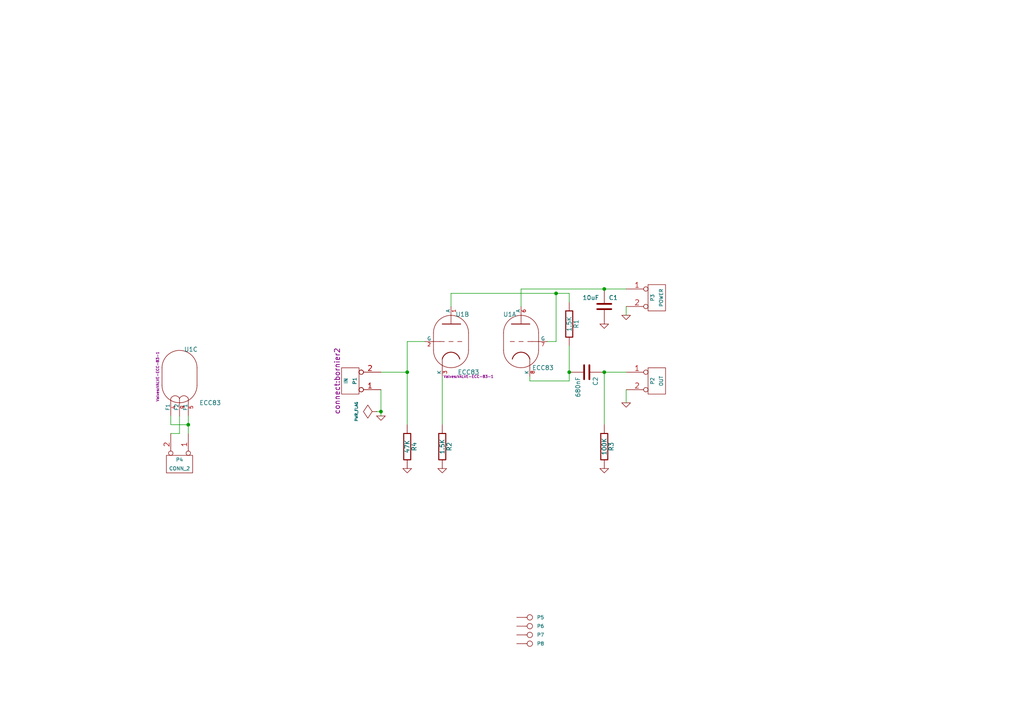
<source format=kicad_sch>
(kicad_sch (version 20230121) (generator eeschema)
  (paper "A4")
  (title_block (title "ECC Push-Pull") (date "vendredi 04 juillet 2014") (rev "0.1"))
  (lib_symbols
    (symbol "ecc83-pp-rescue:C" (pin_numbers hide) (pin_names (offset 0.254))
      (property "Reference" "C" (at 0 2.54 0))
      (property "Value" "C" (at 0.1524 -2.159 0))
      (symbol "C_0_1"
        (polyline (pts (xy -2.032 -0.762) (xy 2.032 -0.762)) (stroke (width 0.508)))
        (polyline (pts (xy -2.032 0.762) (xy 2.032 0.762)) (stroke (width 0.508)))
      )
      (symbol "C_1_1"
        (pin passive line (at 0 5.08 270) (length 4.318) (name "~") (number "1"))
        (pin passive line (at 0 -5.08 90) (length 4.318) (name "~") (number "2"))
      )
    )
    (symbol "ecc83-pp-rescue:CONN_1" (pin_numbers hide) (pin_names (offset 0.762) hide)
      (property "Reference" "P" (at 2.032 0 0))
      (symbol "CONN_1_0_1"
        (polyline (pts (xy -0.762 0) (xy -1.27 0)))
        (circle (center 0 0) (radius 0.7874))
      )
      (symbol "CONN_1_1_1"
        (pin passive line (at -3.81 0 0) (length 2.54) (name "1") (number "1"))
      )
    )
    (symbol "ecc83-pp-rescue:CONN_2" (pin_names (offset 1.016) hide)
      (property "Reference" "P" (at -1.27 0 90))
      (property "Value" "CONN_2" (at 1.27 0 90))
      (symbol "CONN_2_0_1"
        (rectangle (start -2.54 3.81) (end 2.54 -3.81))
      )
      (symbol "CONN_2_1_1"
        (pin passive inverted (at -8.89 2.54 0) (length 6.35) (name "P1") (number "1"))
        (pin passive inverted (at -8.89 -2.54 0) (length 6.35) (name "PM") (number "2"))
      )
    )
    (symbol "ecc83-pp-rescue:ECC83" (pin_names (offset 0))
      (property "Reference" "U" (at 3.302 7.874 0))
      (property "Value" "ECC83" (at 8.89 -7.62 0))
      (symbol "ECC83_0_1"
        (arc (start -5.08 -2.54) (mid 0 -7.5947) (end 5.08 -2.54))
        (polyline (pts (xy 5.08 2.54) (xy 5.08 -2.54)))
        (polyline (pts (xy -5.08 2.54) (xy -5.08 -2.54) (xy -5.08 -2.54)))
        (arc (start 5.08 2.54) (mid 0 7.5947) (end -5.08 2.54))
      )
      (symbol "ECC83_1_0"
        (polyline (pts (xy -2.54 -5.08) (xy -2.54 -7.62)))
        (polyline (pts (xy 0 5.08) (xy 0 7.62)))
      )
      (symbol "ECC83_1_1"
        (polyline (pts (xy -5.08 0) (xy -3.175 0)))
        (polyline (pts (xy -1.905 0) (xy -3.175 0)) (stroke (width 0.1524)))
        (polyline (pts (xy -0.635 0) (xy 0.635 0)) (stroke (width 0.1524)))
        (polyline (pts (xy 1.905 0) (xy 3.175 0)) (stroke (width 0.1524)))
        (polyline (pts (xy -2.54 5.08) (xy 2.794 5.08) (xy 2.794 5.08)) (stroke (width 0.254)))
        (arc (start 2.54 -5.08) (mid 0 -3.0968) (end -2.54 -5.08) (stroke (width 0.254)))
        (pin output line (at 0 10.16 270) (length 2.54) (name "A") (number "6"))
        (pin input line (at -7.62 0 0) (length 2.54) (name "G") (number "7"))
        (pin bidirectional line (at -2.54 -10.16 90) (length 2.54) (name "K") (number "8"))
      )
      (symbol "ECC83_2_0"
        (polyline (pts (xy -2.54 -5.08) (xy -2.54 -7.62)))
        (polyline (pts (xy 0 5.08) (xy 0 7.62)))
      )
      (symbol "ECC83_2_1"
        (polyline (pts (xy -5.08 0) (xy -3.175 0)))
        (polyline (pts (xy -1.905 0) (xy -3.175 0)) (stroke (width 0.1524)))
        (polyline (pts (xy -0.635 0) (xy 0.635 0)) (stroke (width 0.1524)))
        (polyline (pts (xy 1.905 0) (xy 3.175 0)) (stroke (width 0.1524)))
        (polyline (pts (xy -2.54 5.08) (xy 2.794 5.08) (xy 2.794 5.08)) (stroke (width 0.254)))
        (arc (start 2.54 -5.08) (mid 0 -3.0968) (end -2.54 -5.08) (stroke (width 0.254)))
        (pin output line (at 0 10.16 270) (length 2.54) (name "A") (number "1"))
        (pin input line (at -7.62 0 0) (length 2.54) (name "G") (number "2"))
        (pin bidirectional line (at -2.54 -10.16 90) (length 2.54) (name "K") (number "3"))
      )
      (symbol "ECC83_3_1"
        (arc (start 0 -6.35) (mid -1.27 -5.5651) (end -2.54 -6.35))
        (arc (start 2.54 -6.35) (mid 1.27 -5.5651) (end 0 -6.35))
        (pin power_in line (at -2.54 -11.43 90) (length 5.08) (name "F1") (number "4"))
        (pin power_in line (at 2.54 -11.43 90) (length 5.08) (name "F1") (number "5"))
        (pin power_in line (at 0 -11.43 90) (length 5.08) (name "F2") (number "9"))
      )
    )
    (symbol "ecc83-pp-rescue:GND" (power) (pin_names (offset 0))
      (symbol "GND_0_1"
        (polyline (pts (xy -1.27 0) (xy 0 -1.27) (xy 1.27 0) (xy -1.27 0)))
      )
      (symbol "GND_1_1"
        (pin power_in line (at 0 0 90) (length 0) hide (name "GND") (number "1"))
      )
    )
    (symbol "ecc83-pp-rescue:PWR_FLAG" (power) (pin_numbers hide) (pin_names (offset 0) hide)
      (property "Value" "PWR_FLAG" (at 0 4.572 0))
      (symbol "PWR_FLAG_0_0"
        (pin power_out line (at 0 0 90) (length 0) (name "pwr") (number "1"))
      )
      (symbol "PWR_FLAG_0_1"
        (polyline (pts (xy 0 0) (xy 0 1.27) (xy -1.905 2.54) (xy 0 3.81) (xy 1.905 2.54) (xy 0 1.27)))
      )
    )
    (symbol "ecc83-pp-rescue:R" (pin_numbers hide) (pin_names (offset 0))
      (property "Reference" "R" (at 2.032 0 90))
      (property "Value" "R" (at 0.1778 0.0254 90))
      (symbol "R_0_1"
        (rectangle (start -1.016 3.81) (end 1.016 -3.81) (stroke (width 0.3048)))
      )
      (symbol "R_1_1"
        (pin passive line (at 0 6.35 270) (length 2.54) (name "~") (number "1"))
        (pin passive line (at 0 -6.35 90) (length 2.54) (name "~") (number "2"))
      )
    )
  )
  (junction (at 110.49 119.38))
  (junction (at 175.26 107.95))
  (junction (at 161.29 85.09))
  (junction (at 54.61 123.19))
  (junction (at 118.11 107.95))
  (junction (at 165.1 107.95))
  (junction (at 175.26 83.82))
  (wire (pts (xy 110.49 113.03) (xy 110.49 119.38)))
  (wire (pts (xy 165.1 85.09) (xy 165.1 87.63)))
  (wire (pts (xy 161.29 85.09) (xy 165.1 85.09)))
  (wire (pts (xy 118.11 107.95) (xy 118.11 123.19)))
  (wire (pts (xy 118.11 99.06) (xy 123.19 99.06)))
  (wire (pts (xy 110.49 119.38) (xy 110.49 120.65)))
  (wire (pts (xy 151.13 83.82) (xy 175.26 83.82)))
  (wire (pts (xy 118.11 99.06) (xy 118.11 107.95)))
  (wire (pts (xy 52.07 125.73) (xy 52.07 120.65)))
  (wire (pts (xy 161.29 99.06) (xy 161.29 85.09)))
  (wire (pts (xy 49.53 125.73) (xy 52.07 125.73)))
  (wire (pts (xy 109.22 119.38) (xy 110.49 119.38)))
  (wire (pts (xy 49.53 123.19) (xy 49.53 120.65)))
  (wire (pts (xy 153.67 110.49) (xy 165.1 110.49)))
  (wire (pts (xy 130.81 85.09) (xy 161.29 85.09)))
  (wire (pts (xy 165.1 100.33) (xy 165.1 107.95)))
  (wire (pts (xy 158.75 99.06) (xy 161.29 99.06)))
  (wire (pts (xy 110.49 107.95) (xy 118.11 107.95)))
  (wire (pts (xy 130.81 85.09) (xy 130.81 88.9)))
  (wire (pts (xy 175.26 107.95) (xy 175.26 123.19)))
  (wire (pts (xy 175.26 83.82) (xy 181.61 83.82)))
  (wire (pts (xy 181.61 107.95) (xy 175.26 107.95)))
  (wire (pts (xy 54.61 123.19) (xy 54.61 125.73)))
  (wire (pts (xy 181.61 116.84) (xy 181.61 113.03)))
  (wire (pts (xy 165.1 107.95) (xy 165.1 110.49)))
  (wire (pts (xy 151.13 83.82) (xy 151.13 88.9)))
  (wire (pts (xy 54.61 120.65) (xy 54.61 123.19)))
  (wire (pts (xy 181.61 91.44) (xy 181.61 88.9)))
  (wire (pts (xy 54.61 123.19) (xy 49.53 123.19)))
  (wire (pts (xy 128.27 109.22) (xy 128.27 123.19)))
  (wire (pts (xy 153.67 109.22) (xy 153.67 110.49)))
  (symbol (lib_id "ecc83-pp-rescue:R") (at 165.1 93.98 0) (unit 1)
    (property "Reference" "R1" (at 167.132 93.98 90))
    (property "Value" "1.5K" (at 165.1 93.98 90))
    (property "Footprint" "discret:R3" (effects hide))
  )
  (symbol (lib_id "ecc83-pp-rescue:R") (at 128.27 129.54 0) (unit 1)
    (property "Reference" "R2" (at 130.302 129.54 90))
    (property "Value" "1.5K" (at 128.27 129.54 90))
    (property "Footprint" "discret:R3" (effects hide))
  )
  (symbol (lib_id "ecc83-pp-rescue:R") (at 118.11 129.54 0) (unit 1)
    (property "Reference" "R4" (at 120.142 129.54 90))
    (property "Value" "47K" (at 118.11 129.54 90))
    (property "Footprint" "discret:R3" (effects hide))
  )
  (symbol (lib_id "ecc83-pp-rescue:R") (at 175.26 129.54 0) (unit 1)
    (property "Reference" "R3" (at 177.292 129.54 90))
    (property "Value" "100K" (at 175.26 129.54 90))
    (property "Footprint" "discret:R3" (effects hide))
  )
  (symbol (lib_id "ecc83-pp-rescue:C") (at 170.18 107.95 270) (unit 1)
    (property "Reference" "C2" (at 172.72 109.22 0) (effects (justify left)))
    (property "Value" "680nF" (at 167.64 109.22 0) (effects (justify left)))
    (property "Footprint" "discret:C2" (effects hide))
  )
  (symbol (lib_id "ecc83-pp-rescue:CONN_2") (at 101.6 110.49 180) (unit 1)
    (property "Reference" "P1" (at 102.87 110.49 90) (effects (font (size 1.016 1.016))))
    (property "Value" "IN" (at 100.33 110.49 90) (effects (font (size 1.016 1.016))))
    (property "Footprint" "connect:bornier2" (at 97.79 110.49 90) (effects (font (size 1.524 1.524))))
  )
  (symbol (lib_id "ecc83-pp-rescue:CONN_2") (at 190.5 110.49 0) (unit 1)
    (property "Reference" "P2" (at 189.23 110.49 90) (effects (font (size 1.016 1.016))))
    (property "Value" "OUT" (at 191.77 110.49 90) (effects (font (size 1.016 1.016))))
    (property "Footprint" "connect:bornier2" (effects hide))
  )
  (symbol (lib_id "ecc83-pp-rescue:CONN_2") (at 190.5 86.36 0) (unit 1)
    (property "Reference" "P3" (at 189.23 86.36 90) (effects (font (size 1.016 1.016))))
    (property "Value" "POWER" (at 191.77 86.36 90) (effects (font (size 1.016 1.016))))
    (property "Footprint" "connect:bornier2" (effects hide))
  )
  (symbol (lib_id "ecc83-pp-rescue:GND") (at 181.61 91.44 0) (unit 1)
    (property "Reference" "#PWR07" (effects hide))
    (property "Value" "GND" (effects hide))
  )
  (symbol (lib_id "ecc83-pp-rescue:GND") (at 110.49 120.65 0) (unit 1)
    (property "Reference" "#PWR06" (effects hide))
    (property "Value" "GND" (effects hide))
  )
  (symbol (lib_id "ecc83-pp-rescue:C") (at 175.26 88.9 0) (unit 1)
    (property "Reference" "C1" (at 176.53 86.36 0) (effects (justify left)))
    (property "Value" "10uF" (at 168.91 86.36 0) (effects (justify left)))
    (property "Footprint" "discret:C2V10" (effects hide))
  )
  (symbol (lib_id "ecc83-pp-rescue:CONN_2") (at 52.07 134.62 270) (unit 1)
    (property "Reference" "P4" (at 52.07 133.35 90) (effects (font (size 1.016 1.016))))
    (property "Value" "CONN_2" (at 52.07 135.89 90) (effects (font (size 1.016 1.016))))
    (property "Footprint" "connect:bornier2" (effects hide))
  )
  (symbol (lib_id "ecc83-pp-rescue:PWR_FLAG") (at 109.22 119.38 90) (unit 1)
    (property "Reference" "#FLG05" (effects hide))
    (property "Value" "PWR_FLAG" (at 103.378 119.38 0) (effects (font (size 0.762 0.762))))
  )
  (symbol (lib_id "ecc83-pp-rescue:GND") (at 118.11 135.89 0) (unit 1)
    (property "Reference" "#PWR04" (effects hide))
    (property "Value" "GND" (effects hide))
  )
  (symbol (lib_id "ecc83-pp-rescue:GND") (at 128.27 135.89 0) (unit 1)
    (property "Reference" "#PWR03" (effects hide))
    (property "Value" "GND" (effects hide))
  )
  (symbol (lib_id "ecc83-pp-rescue:GND") (at 175.26 135.89 0) (unit 1)
    (property "Reference" "#PWR02" (effects hide))
    (property "Value" "GND" (effects hide))
  )
  (symbol (lib_id "ecc83-pp-rescue:GND") (at 181.61 116.84 0) (unit 1)
    (property "Reference" "#PWR01" (effects hide))
    (property "Value" "GND" (effects hide))
  )
  (symbol (lib_id "ecc83-pp-rescue:ECC83") (at 151.13 99.06 0) (mirror y) (unit 1)
    (property "Reference" "U1" (at 147.828 91.186 0))
    (property "Value" "ECC83" (at 157.48 106.68 0))
    (property "Footprint" "Valves:VALVE-ECC-83-1" (effects hide))
  )
  (symbol (lib_id "ecc83-pp-rescue:ECC83") (at 130.81 99.06 0) (unit 2)
    (property "Reference" "U1" (at 134.112 91.186 0))
    (property "Value" "ECC83" (at 135.89 107.95 0))
    (property "Footprint" "Valves:VALVE-ECC-83-1" (at 135.89 109.22 0) (effects (font (size 0.762 0.762))))
  )
  (symbol (lib_id "ecc83-pp-rescue:ECC83") (at 52.07 109.22 0) (unit 3)
    (property "Reference" "U1" (at 55.372 101.346 0))
    (property "Value" "ECC83" (at 60.96 116.84 0))
    (property "Footprint" "Valves:VALVE-ECC-83-1" (at 45.72 109.22 90) (effects (font (size 0.762 0.762))))
  )
  (symbol (lib_id "ecc83-pp-rescue:GND") (at 175.26 93.98 0) (unit 1)
    (property "Reference" "#PWR08" (effects hide))
    (property "Value" "GND" (effects hide))
  )
  (symbol (lib_id "ecc83-pp-rescue:CONN_1") (at 153.67 179.07 0) (unit 1)
    (property "Reference" "P5" (at 155.702 179.07 0) (effects (font (size 1.016 1.016)) (justify left)))
    (property "Value" "CONN_1" (effects hide))
    (property "Footprint" "connect:1pin" (effects hide))
  )
  (symbol (lib_id "ecc83-pp-rescue:CONN_1") (at 153.67 181.61 0) (unit 1)
    (property "Reference" "P6" (at 155.702 181.61 0) (effects (font (size 1.016 1.016)) (justify left)))
    (property "Value" "CONN_1" (effects hide))
    (property "Footprint" "connect:1pin" (effects hide))
  )
  (symbol (lib_id "ecc83-pp-rescue:CONN_1") (at 153.67 184.15 0) (unit 1)
    (property "Reference" "P7" (at 155.702 184.15 0) (effects (font (size 1.016 1.016)) (justify left)))
    (property "Value" "CONN_1" (effects hide))
    (property "Footprint" "connect:1pin" (effects hide))
  )
  (symbol (lib_id "ecc83-pp-rescue:CONN_1") (at 153.67 186.69 0) (unit 1)
    (property "Reference" "P8" (at 155.702 186.69 0) (effects (font (size 1.016 1.016)) (justify left)))
    (property "Value" "CONN_1" (effects hide))
    (property "Footprint" "connect:1pin" (effects hide))
  )
)
</source>
